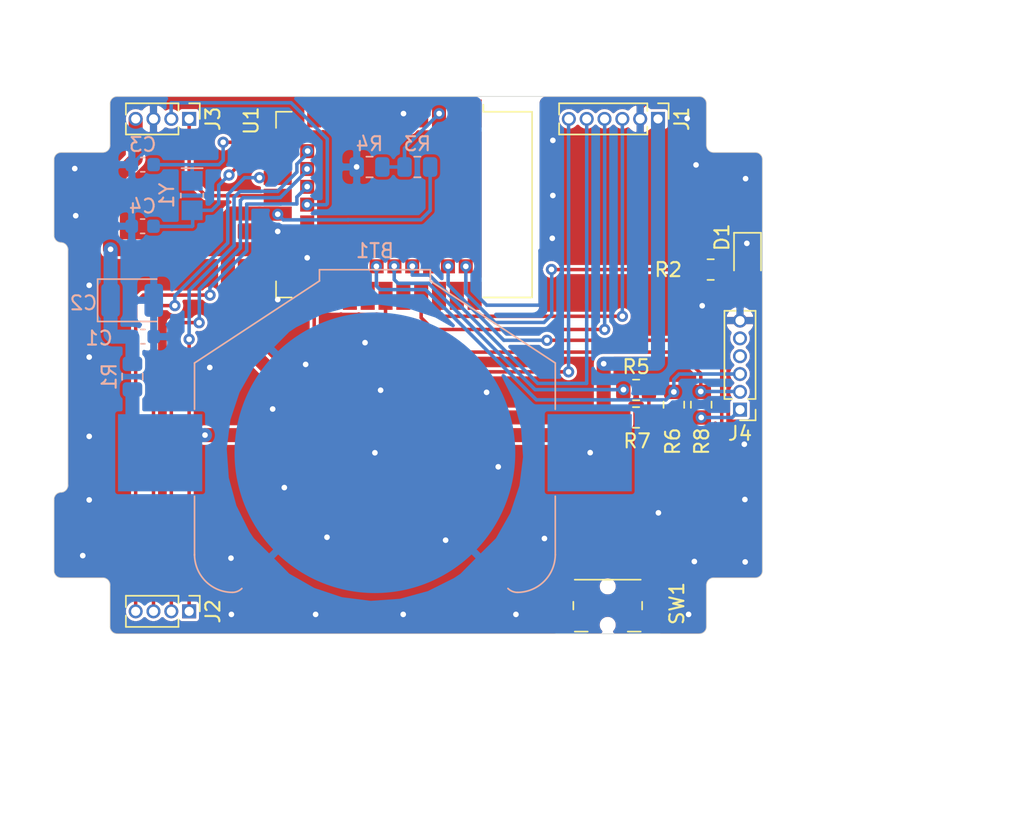
<source format=kicad_pcb>
(kicad_pcb (version 20171130) (host pcbnew "(5.1.8)-1")
  (layers (0 F.Cu signal) (31 B.Cu signal) (34 B.Paste user) (35 F.Paste user) (36 B.SilkS user) (37 F.SilkS user) (38 B.Mask user) (39 F.Mask user) (44 Edge.Cuts user))
  (net 0 "")
  (net 1 +BATT)
  (net 2 GND)
  (net 3 +3V3)
  (net 4 /P1.0)
  (net 5 "Net-(D1-Pad2)")
  (net 6 /DC)
  (net 7 /RST)
  (net 8 /BUSY)
  (net 9 /LED)
  (net 10 /SW)
  (net 11 "Net-(U1-Pad9)")
  (net 12 "Net-(U1-Pad8)")
  (net 13 "Net-(C3-Pad1)")
  (net 14 "Net-(C4-Pad1)")
  (net 15 /SWCLK)
  (net 16 /SWDIO)
  (net 17 /SWO)
  (net 18 /Reset)
  (net 19 /CS)
  (net 20 /CLK)
  (net 21 /MOSI)
  (net 22 "Net-(J4-Pad1)")
  (net 23 /SCL)
  (net 24 /SDA)
  (net 25 "Net-(J4-Pad4)")
  (net 26 "Net-(J4-Pad5)")
  (net 27 /BATT_MEAS)
  (net 28 "Net-(U1-Pad1)")
  (net 29 "Net-(U1-Pad2)")
  (net 30 "Net-(U1-Pad4)")
  (net 31 "Net-(U1-Pad6)")
  (net 32 "Net-(U1-Pad7)")
  (net 33 "Net-(U1-Pad10)")
  (net 34 "Net-(U1-Pad25)")
  (net 35 "Net-(U1-Pad31)")
  (net 36 "Net-(U1-Pad43)")
  (net 37 "Net-(U1-Pad27)")
  (net 38 "Net-(U1-Pad41)")
  (net 39 "Net-(U1-Pad35)")
  (net 40 "Net-(U1-Pad29)")
  (net 41 "Net-(U1-Pad28)")
  (net 42 "Net-(U1-Pad30)")
  (net 43 "Net-(U1-Pad38)")
  (net 44 "Net-(U1-Pad20)")
  (net 45 "Net-(U1-Pad22)")
  (module MyLib:E73-2G4M08S1E (layer F.Cu) (at 107.42 75.62 270)
    (fp_text reference U1 (at -8.2296 5.5372 90) (layer F.SilkS))
    (fp_text value E73-2G4M08S1E)
    (pad 42 smd rect (at 2.15 -9.745) (size 1 1) (layers F.Cu F.Paste F.Mask) (net 9 /LED))
    (pad 40 smd rect (at 2.15 -8.475) (size 1 1) (layers F.Cu F.Paste F.Mask) (net 10 /SW))
    (pad 38 smd rect (at 2.15 -7.205) (size 1 1) (layers F.Cu F.Paste F.Mask) (net 43 "Net-(U1-Pad38)"))
    (pad 36 smd rect (at 2.15 -5.935) (size 1 1) (layers F.Cu F.Paste F.Mask) (net 17 /SWO))
    (pad 34 smd rect (at 2.15 -4.665) (size 1 1) (layers F.Cu F.Paste F.Mask) (net 4 /P1.0))
    (pad 32 smd rect (at 2.15 -3.395) (size 1 1) (layers F.Cu F.Paste F.Mask) (net 24 /SDA))
    (pad 30 smd rect (at 2.15 -2.125) (size 1 1) (layers F.Cu F.Paste F.Mask) (net 42 "Net-(U1-Pad30)"))
    (pad 28 smd rect (at 2.15 -0.855) (size 1 1) (layers F.Cu F.Paste F.Mask) (net 41 "Net-(U1-Pad28)"))
    (pad 24 smd rect (at 1.56 1.55) (size 1 1) (layers F.Cu F.Paste F.Mask) (net 2 GND))
    (pad 22 smd rect (at 0.29 1.55) (size 1 1) (layers F.Cu F.Paste F.Mask) (net 45 "Net-(U1-Pad22)"))
    (pad 20 smd rect (at -0.98 1.55) (size 1 1) (layers F.Cu F.Paste F.Mask) (net 44 "Net-(U1-Pad20)"))
    (pad 18 smd rect (at -2.25 1.55) (size 1 1) (layers F.Cu F.Paste F.Mask) (net 21 /MOSI))
    (pad 16 smd rect (at -3.52 1.55) (size 1 1) (layers F.Cu F.Paste F.Mask) (net 19 /CS))
    (pad 14 smd rect (at -4.79 1.55) (size 1 1) (layers F.Cu F.Paste F.Mask) (net 7 /RST))
    (pad 12 smd rect (at -6.06 1.55) (size 1 1) (layers F.Cu F.Paste F.Mask) (net 8 /BUSY))
    (pad 37 smd rect (at 4.25 -6.57 270) (size 2 1) (layers F.Cu F.Paste F.Mask) (net 16 /SWDIO))
    (pad 26 smd rect (at 4.25 1.05 270) (size 2 1) (layers F.Cu F.Paste F.Mask) (net 18 /Reset))
    (pad 33 smd rect (at 4.25 -4.03 270) (size 2 1) (layers F.Cu F.Paste F.Mask) (net 23 /SCL))
    (pad 29 smd rect (at 4.25 -1.49 270) (size 2 1) (layers F.Cu F.Paste F.Mask) (net 40 "Net-(U1-Pad29)"))
    (pad 35 smd rect (at 4.25 -5.3 270) (size 2 1) (layers F.Cu F.Paste F.Mask) (net 39 "Net-(U1-Pad35)"))
    (pad 41 smd rect (at 4.25 -9.11 270) (size 2 1) (layers F.Cu F.Paste F.Mask) (net 38 "Net-(U1-Pad41)"))
    (pad 39 smd rect (at 4.25 -7.84 270) (size 2 1) (layers F.Cu F.Paste F.Mask) (net 15 /SWCLK))
    (pad 27 smd rect (at 4.25 -0.22 270) (size 2 1) (layers F.Cu F.Paste F.Mask) (net 37 "Net-(U1-Pad27)"))
    (pad 43 smd rect (at 4.25 -10.38 270) (size 2 1) (layers F.Cu F.Paste F.Mask) (net 36 "Net-(U1-Pad43)"))
    (pad 31 smd rect (at 4.25 -2.76 270) (size 2 1) (layers F.Cu F.Paste F.Mask) (net 35 "Net-(U1-Pad31)"))
    (pad 25 smd rect (at 2.2 3.65) (size 2 1) (layers F.Cu F.Paste F.Mask) (net 34 "Net-(U1-Pad25)"))
    (pad 23 smd rect (at 0.93 3.65) (size 2 1) (layers F.Cu F.Paste F.Mask) (net 3 +3V3))
    (pad 21 smd rect (at -0.34 3.65) (size 2 1) (layers F.Cu F.Paste F.Mask) (net 2 GND))
    (pad 19 smd rect (at -1.61 3.65) (size 2 1) (layers F.Cu F.Paste F.Mask) (net 3 +3V3))
    (pad 17 smd rect (at -2.88 3.65) (size 2 1) (layers F.Cu F.Paste F.Mask) (net 20 /CLK))
    (pad 15 smd rect (at -4.15 3.65) (size 2 1) (layers F.Cu F.Paste F.Mask) (net 6 /DC))
    (pad 13 smd rect (at -5.42 3.65) (size 2 1) (layers F.Cu F.Paste F.Mask) (net 14 "Net-(C4-Pad1)"))
    (pad 11 smd rect (at -6.69 3.65) (size 2 1) (layers F.Cu F.Paste F.Mask) (net 13 "Net-(C3-Pad1)"))
    (pad 10 smd rect (at -8.75 1.05 270) (size 2 1) (layers F.Cu F.Paste F.Mask) (net 33 "Net-(U1-Pad10)"))
    (pad 9 smd rect (at -8.75 -0.22 270) (size 2 1) (layers F.Cu F.Paste F.Mask) (net 11 "Net-(U1-Pad9)"))
    (pad 8 smd rect (at -8.75 -1.49 270) (size 2 1) (layers F.Cu F.Paste F.Mask) (net 12 "Net-(U1-Pad8)"))
    (pad 7 smd rect (at -8.75 -2.76 270) (size 2 1) (layers F.Cu F.Paste F.Mask) (net 32 "Net-(U1-Pad7)"))
    (pad 6 smd rect (at -8.75 -4.03 270) (size 2 1) (layers F.Cu F.Paste F.Mask) (net 31 "Net-(U1-Pad6)"))
    (pad 5 smd rect (at -8.75 -5.3 270) (size 2 1) (layers F.Cu F.Paste F.Mask) (net 2 GND))
    (pad 4 smd rect (at -8.75 -6.57 270) (size 2 1) (layers F.Cu F.Paste F.Mask) (net 30 "Net-(U1-Pad4)"))
    (pad 3 smd rect (at -8.75 -7.84 270) (size 2 1) (layers F.Cu F.Paste F.Mask) (net 27 /BATT_MEAS))
    (pad 2 smd rect (at -8.75 -9.11 270) (size 2 1) (layers F.Cu F.Paste F.Mask) (net 29 "Net-(U1-Pad2)"))
    (pad 1 smd rect (at -8.75 -10.38 270) (size 2 1) (layers F.Cu F.Paste F.Mask) (net 28 "Net-(U1-Pad1)"))
  )
  (module Battery:BatteryHolder_Keystone_3008_1x2450 (layer B.Cu) (at 110.6932 91.059 180)
    (fp_text reference BT1 (at 0 14.4) (layer B.SilkS) (effects (justify mirror)))
    (fp_text value CR2450)
    (pad 1 smd rect (at -15.3 0 180) (size 6 5.5) (layers B.Cu B.Paste B.Mask) (net 1 +BATT))
    (pad 1 smd rect (at 15.3 0 180) (size 6 5.5) (layers B.Cu B.Paste B.Mask) (net 1 +BATT))
    (pad 2 smd circle (at 0 0 180) (size 20 20) (layers B.Cu B.Mask) (net 2 GND))
  )
  (module Capacitor_SMD:C_0603_1608Metric (layer B.Cu) (at 94.165 82.78)
    (fp_text reference C1 (at -3.125 0.11) (layer B.SilkS) (effects (justify mirror)))
    (fp_text value 100nF)
    (pad 2 smd roundrect (at 0.775 0) (size 0.9 0.95) (layers B.Cu B.Paste B.Mask) (net 2 GND))
    (pad 1 smd roundrect (at -0.775 0) (size 0.9 0.95) (layers B.Cu B.Paste B.Mask) (net 3 +3V3))
  )
  (module Connector_PinHeader_1.27mm:PinHeader_1x04_P1.27mm_Vertical (layer F.Cu) (at 97.4598 102.362 270)
    (fp_text reference J2 (at 0 -1.695 90) (layer F.SilkS))
    (fp_text value LCD)
    (pad 4 thru_hole oval (at 0 3.81 270) (size 1 1) (drill 0.65) (layers *.Cu *.Mask) (net 19 /CS))
    (pad 3 thru_hole oval (at 0 2.54 270) (size 1 1) (drill 0.65) (layers *.Cu *.Mask) (net 6 /DC))
    (pad 2 thru_hole oval (at 0 1.27 270) (size 1 1) (drill 0.65) (layers *.Cu *.Mask) (net 7 /RST))
    (pad 1 thru_hole rect (at 0 0 270) (size 1 1) (drill 0.65) (layers *.Cu *.Mask) (net 8 /BUSY))
  )
  (module Connector_PinHeader_1.27mm:PinHeader_1x04_P1.27mm_Vertical (layer F.Cu) (at 97.4598 67.2592 270)
    (fp_text reference J3 (at 0 -1.695 90) (layer F.SilkS))
    (fp_text value LCD)
    (pad 1 thru_hole rect (at 0 0 270) (size 1 1) (drill 0.65) (layers *.Cu *.Mask) (net 20 /CLK))
    (pad 2 thru_hole oval (at 0 1.27 270) (size 1 1) (drill 0.65) (layers *.Cu *.Mask) (net 21 /MOSI))
    (pad 3 thru_hole oval (at 0 2.54 270) (size 1 1) (drill 0.65) (layers *.Cu *.Mask) (net 2 GND))
    (pad 4 thru_hole oval (at 0 3.81 270) (size 1 1) (drill 0.65) (layers *.Cu *.Mask) (net 3 +3V3))
  )
  (module Connector_PinHeader_1.27mm:PinHeader_1x06_P1.27mm_Vertical (layer F.Cu) (at 136.7028 87.9856 180)
    (fp_text reference J4 (at 0 -1.695) (layer F.SilkS))
    (fp_text value Sensor)
    (pad 1 thru_hole rect (at 0 0 180) (size 1 1) (drill 0.65) (layers *.Cu *.Mask) (net 22 "Net-(J4-Pad1)"))
    (pad 2 thru_hole oval (at 0 1.27 180) (size 1 1) (drill 0.65) (layers *.Cu *.Mask) (net 23 /SCL))
    (pad 3 thru_hole oval (at 0 2.54 180) (size 1 1) (drill 0.65) (layers *.Cu *.Mask) (net 24 /SDA))
    (pad 4 thru_hole oval (at 0 3.81 180) (size 1 1) (drill 0.65) (layers *.Cu *.Mask) (net 25 "Net-(J4-Pad4)"))
    (pad 5 thru_hole oval (at 0 5.08 180) (size 1 1) (drill 0.65) (layers *.Cu *.Mask) (net 26 "Net-(J4-Pad5)"))
    (pad 6 thru_hole oval (at 0 6.35 180) (size 1 1) (drill 0.65) (layers *.Cu *.Mask) (net 2 GND))
  )
  (module Resistor_SMD:R_0805_2012Metric (layer F.Cu) (at 134.6125 78)
    (fp_text reference R2 (at -3.0225 0.01) (layer F.SilkS))
    (fp_text value 1k)
    (pad 1 smd roundrect (at -0.9125 0) (size 1.025 1.4) (layers F.Cu F.Paste F.Mask) (roundrect_rratio 0.2439014634146341) (net 9 /LED))
    (pad 2 smd roundrect (at 0.9125 0) (size 1.025 1.4) (layers F.Cu F.Paste F.Mask) (roundrect_rratio 0.2439014634146341) (net 5 "Net-(D1-Pad2)"))
  )
  (module Resistor_SMD:R_0805_2012Metric (layer B.Cu) (at 93.42 85.6325 270)
    (fp_text reference R1 (at 0 1.65 90) (layer B.SilkS) (effects (justify mirror)))
    (fp_text value 0)
    (pad 2 smd roundrect (at 0.9125 0 270) (size 1.025 1.4) (layers B.Cu B.Paste B.Mask) (roundrect_rratio 0.2439014634146341) (net 1 +BATT))
    (pad 1 smd roundrect (at -0.9125 0 270) (size 1.025 1.4) (layers B.Cu B.Paste B.Mask) (roundrect_rratio 0.2439014634146341) (net 3 +3V3))
  )
  (module Button_Switch_SMD:Panasonic_EVQPUL_EVQPUC (layer F.Cu) (at 127.2794 101.9556 180)
    (fp_text reference SW1 (at -4.9276 0.1524 90) (layer F.SilkS))
    (fp_text value SW)
    (pad 2 smd rect (at 2.625 0.85) (size 1.55 1) (layers F.Cu F.Paste F.Mask) (net 10 /SW))
    (pad 2 smd rect (at -2.625 0.85) (size 1.55 1) (layers F.Cu F.Paste F.Mask) (net 10 /SW))
    (pad 1 smd rect (at -2.625 -0.85) (size 1.55 1) (layers F.Cu F.Paste F.Mask) (net 2 GND))
    (pad 1 smd rect (at 2.625 -0.85) (size 1.55 1) (layers F.Cu F.Paste F.Mask) (net 2 GND))
    (pad "" np_thru_hole circle (at 0 1.375) (size 0.75 0.75) (drill 0.75) (layers *.Cu *.Mask))
    (pad "" np_thru_hole circle (at 0 -1.375) (size 0.75 0.75) (drill 0.75) (layers *.Cu *.Mask))
  )
  (module Capacitor_Tantalum_SMD:CP_EIA-3528-15_AVX-H (layer B.Cu) (at 93.4 80.19)
    (fp_text reference C2 (at -3.47 0.19) (layer B.SilkS) (effects (justify mirror)))
    (fp_text value 100uF)
    (pad 1 smd roundrect (at -1.5375 0) (size 1.325 2.35) (layers B.Cu B.Paste B.Mask) (roundrect_rratio 0.1886784905660377) (net 3 +3V3))
    (pad 2 smd roundrect (at 1.5375 0) (size 1.325 2.35) (layers B.Cu B.Paste B.Mask) (roundrect_rratio 0.1886784905660377) (net 2 GND))
  )
  (module LED_SMD:LED_0805_2012Metric (layer F.Cu) (at 137.2362 77.0636 270)
    (fp_text reference D1 (at -1.3636 1.8162 90) (layer F.SilkS))
    (fp_text value LED)
    (pad 1 smd roundrect (at -0.9375 0 270) (size 0.975 1.4) (layers F.Cu F.Paste F.Mask) (net 2 GND))
    (pad 2 smd roundrect (at 0.9375 0 270) (size 0.975 1.4) (layers F.Cu F.Paste F.Mask) (net 5 "Net-(D1-Pad2)"))
  )
  (module Capacitor_SMD:C_0603_1608Metric (layer B.Cu) (at 94.155 70.52 180)
    (fp_text reference C3 (at 0 1.43) (layer B.SilkS) (effects (justify mirror)))
    (fp_text value 12pF)
    (pad 1 smd roundrect (at -0.775 0 180) (size 0.9 0.95) (layers B.Cu B.Paste B.Mask) (net 13 "Net-(C3-Pad1)"))
    (pad 2 smd roundrect (at 0.775 0 180) (size 0.9 0.95) (layers B.Cu B.Paste B.Mask) (net 2 GND))
  )
  (module Capacitor_SMD:C_0603_1608Metric (layer B.Cu) (at 94.145 74.91 180)
    (fp_text reference C4 (at 0 1.43) (layer B.SilkS) (effects (justify mirror)))
    (fp_text value 12pF)
    (pad 2 smd roundrect (at 0.775 0 180) (size 0.9 0.95) (layers B.Cu B.Paste B.Mask) (net 2 GND))
    (pad 1 smd roundrect (at -0.775 0 180) (size 0.9 0.95) (layers B.Cu B.Paste B.Mask) (net 14 "Net-(C4-Pad1)"))
  )
  (module Connector_PinHeader_1.27mm:PinHeader_1x06_P1.27mm_Vertical (layer F.Cu) (at 130.8608 67.2592 270)
    (fp_text reference J1 (at 0 -1.695 90) (layer F.SilkS))
    (fp_text value Debug)
    (pad 1 thru_hole rect (at 0 0 270) (size 1 1) (drill 0.65) (layers *.Cu *.Mask) (net 3 +3V3))
    (pad 2 thru_hole oval (at 0 1.27 270) (size 1 1) (drill 0.65) (layers *.Cu *.Mask) (net 2 GND))
    (pad 3 thru_hole oval (at 0 2.54 270) (size 1 1) (drill 0.65) (layers *.Cu *.Mask) (net 15 /SWCLK))
    (pad 4 thru_hole oval (at 0 3.81 270) (size 1 1) (drill 0.65) (layers *.Cu *.Mask) (net 16 /SWDIO))
    (pad 5 thru_hole oval (at 0 5.08 270) (size 1 1) (drill 0.65) (layers *.Cu *.Mask) (net 17 /SWO))
    (pad 6 thru_hole oval (at 0 6.35 270) (size 1 1) (drill 0.65) (layers *.Cu *.Mask) (net 18 /Reset))
  )
  (module Resistor_SMD:R_0805_2012Metric (layer B.Cu) (at 113.7158 70.6882 180)
    (fp_text reference R3 (at 0 1.65) (layer B.SilkS) (effects (justify mirror)))
    (fp_text value 100k)
    (pad 2 smd roundrect (at 0.9125 0 180) (size 1.025 1.4) (layers B.Cu B.Paste B.Mask) (roundrect_rratio 0.243902) (net 27 /BATT_MEAS))
    (pad 1 smd roundrect (at -0.9125 0 180) (size 1.025 1.4) (layers B.Cu B.Paste B.Mask) (roundrect_rratio 0.243902) (net 3 +3V3))
  )
  (module Resistor_SMD:R_0805_2012Metric (layer B.Cu) (at 110.3103 70.6882 180)
    (fp_text reference R4 (at 0 1.65) (layer B.SilkS) (effects (justify mirror)))
    (fp_text value 10k)
    (pad 1 smd roundrect (at -0.9125 0 180) (size 1.025 1.4) (layers B.Cu B.Paste B.Mask) (roundrect_rratio 0.243902) (net 27 /BATT_MEAS))
    (pad 2 smd roundrect (at 0.9125 0 180) (size 1.025 1.4) (layers B.Cu B.Paste B.Mask) (roundrect_rratio 0.243902) (net 2 GND))
  )
  (module Resistor_SMD:R_0805_2012Metric (layer F.Cu) (at 129.3025 86.58)
    (fp_text reference R5 (at 0 -1.65) (layer F.SilkS))
    (fp_text value 0)
    (pad 2 smd roundrect (at 0.9125 0) (size 1.025 1.4) (layers F.Cu F.Paste F.Mask) (roundrect_rratio 0.243902) (net 22 "Net-(J4-Pad1)"))
    (pad 1 smd roundrect (at -0.9125 0) (size 1.025 1.4) (layers F.Cu F.Paste F.Mask) (roundrect_rratio 0.243902) (net 4 /P1.0))
  )
  (module Resistor_SMD:R_0805_2012Metric (layer F.Cu) (at 131.99 87.6325 90)
    (fp_text reference R6 (at -2.6175 -0.08 90) (layer F.SilkS))
    (fp_text value 10k)
    (pad 2 smd roundrect (at 0.9125 0 90) (size 1.025 1.4) (layers F.Cu F.Paste F.Mask) (roundrect_rratio 0.243902) (net 24 /SDA))
    (pad 1 smd roundrect (at -0.9125 0 90) (size 1.025 1.4) (layers F.Cu F.Paste F.Mask) (roundrect_rratio 0.243902) (net 22 "Net-(J4-Pad1)"))
  )
  (module Resistor_SMD:R_0805_2012Metric (layer F.Cu) (at 129.2975 88.54)
    (fp_text reference R7 (at 0.0725 1.68) (layer F.SilkS))
    (fp_text value 0)
    (pad 1 smd roundrect (at -0.9125 0) (size 1.025 1.4) (layers F.Cu F.Paste F.Mask) (roundrect_rratio 0.243902) (net 3 +3V3))
    (pad 2 smd roundrect (at 0.9125 0) (size 1.025 1.4) (layers F.Cu F.Paste F.Mask) (roundrect_rratio 0.243902) (net 22 "Net-(J4-Pad1)"))
  )
  (module Resistor_SMD:R_0805_2012Metric (layer F.Cu) (at 133.94 87.6325 90)
    (fp_text reference R8 (at -2.6175 0.04 90) (layer F.SilkS))
    (fp_text value 10k)
    (pad 1 smd roundrect (at -0.9125 0 90) (size 1.025 1.4) (layers F.Cu F.Paste F.Mask) (roundrect_rratio 0.243902) (net 22 "Net-(J4-Pad1)"))
    (pad 2 smd roundrect (at 0.9125 0 90) (size 1.025 1.4) (layers F.Cu F.Paste F.Mask) (roundrect_rratio 0.243902) (net 23 /SCL))
  )
  (module Crystal:Crystal_SMD_MicroCrystal_CC8V-T1A-2Pin_2.0x1.2mm_HandSoldering (layer B.Cu) (at 97.669999 72.724199 270)
    (fp_text reference Y1 (at 0 1.8 90) (layer B.SilkS) (effects (justify mirror)))
    (fp_text value 32.768kHz)
    (pad 1 smd rect (at -1.05 0 270) (size 1.4 1.5) (layers B.Cu B.Paste B.Mask) (net 13 "Net-(C3-Pad1)"))
    (pad 2 smd rect (at 1.05 0 270) (size 1.4 1.5) (layers B.Cu B.Paste B.Mask) (net 14 "Net-(C4-Pad1)"))
  )
  (gr_line (start 134.3152 103.4542) (end 134.3152 100.4824) (layer Edge.Cuts) (width 0.05))
  (gr_line (start 138.303 99.4664) (end 138.303 70.1548) (layer Edge.Cuts) (width 0.05))
  (gr_arc (start 91.313 69.1388) (end 91.313 69.6468) (angle -90) (layer Edge.Cuts) (width 0.05))
  (gr_arc (start 92.329 66.167) (end 92.329 65.659) (angle -90) (layer Edge.Cuts) (width 0.05))
  (gr_arc (start 137.795 70.1548) (end 138.303 70.1548) (angle -90) (layer Edge.Cuts) (width 0.05))
  (gr_arc (start 88.3158 76.581) (end 88.8238 76.581) (angle -87.13759477) (layer Edge.Cuts) (width 0.05))
  (gr_arc (start 88.3412 94.3864) (end 88.3158 93.8784) (angle -87.13759477) (layer Edge.Cuts) (width 0.05))
  (gr_arc (start 91.313 100.4824) (end 91.821 100.4824) (angle -90) (layer Edge.Cuts) (width 0.05))
  (gr_arc (start 133.8072 66.167) (end 134.3152 66.167) (angle -90) (layer Edge.Cuts) (width 0.05))
  (gr_line (start 91.821 66.167) (end 91.821 69.1388) (layer Edge.Cuts) (width 0.05))
  (gr_line (start 134.3152 69.1388) (end 134.3152 66.167) (layer Edge.Cuts) (width 0.05))
  (gr_arc (start 88.3412 75.565) (end 87.8332 75.565) (angle -90) (layer Edge.Cuts) (width 0.05))
  (gr_arc (start 92.329 103.4542) (end 91.821 103.4542) (angle -90) (layer Edge.Cuts) (width 0.05))
  (gr_arc (start 88.3412 99.4664) (end 87.8332 99.4664) (angle -90) (layer Edge.Cuts) (width 0.05))
  (gr_line (start 137.795 69.6468) (end 134.8232 69.6468) (layer Edge.Cuts) (width 0.05))
  (gr_line (start 91.313 69.6468) (end 88.3412 69.6468) (layer Edge.Cuts) (width 0.05))
  (gr_line (start 87.8332 94.3864) (end 87.8332 99.4664) (layer Edge.Cuts) (width 0.05))
  (gr_line (start 92.329 103.9622) (end 133.8072 103.9622) (layer Edge.Cuts) (width 0.05))
  (gr_arc (start 134.8232 69.1388) (end 134.3152 69.1388) (angle -90) (layer Edge.Cuts) (width 0.05))
  (gr_arc (start 137.795 99.4664) (end 137.795 99.9744) (angle -90) (layer Edge.Cuts) (width 0.05))
  (gr_line (start 134.8232 99.9744) (end 137.795 99.9744) (layer Edge.Cuts) (width 0.05))
  (gr_line (start 88.8238 76.581) (end 88.8238 93.3704) (layer Edge.Cuts) (width 0.05))
  (gr_line (start 87.8332 70.1548) (end 87.8332 75.565) (layer Edge.Cuts) (width 0.05))
  (gr_arc (start 88.3158 93.3704) (end 88.3158 93.8784) (angle -90) (layer Edge.Cuts) (width 0.05))
  (gr_arc (start 134.8232 100.4824) (end 134.8232 99.9744) (angle -90) (layer Edge.Cuts) (width 0.05))
  (gr_line (start 133.8072 65.659) (end 92.329 65.659) (layer Edge.Cuts) (width 0.05))
  (gr_arc (start 133.8072 103.4542) (end 133.8072 103.9622) (angle -90) (layer Edge.Cuts) (width 0.05))
  (gr_line (start 91.821 100.4824) (end 91.821 103.4542) (layer Edge.Cuts) (width 0.05))
  (gr_arc (start 88.3412 70.1548) (end 88.3412 69.6468) (angle -90) (layer Edge.Cuts) (width 0.05))
  (gr_line (start 88.3412 99.9744) (end 91.313 99.9744) (layer Edge.Cuts) (width 0.05))
  (segment (start 94.9706 90.6364) (end 95.3932 91.059) (width 0.25) (layer B.Cu) (net 1))
  (via (at 126.03 91.05) (size 0.8) (drill 0.4) (layers F.Cu B.Cu) (net 1))
  (segment (start 126.021 91.059) (end 126.03 91.05) (width 0.25) (layer B.Cu) (net 1))
  (segment (start 125.9932 91.059) (end 126.021 91.059) (width 0.25) (layer B.Cu) (net 1))
  (segment (start 126.03 91.05) (end 124.78 89.8) (width 1) (layer F.Cu) (net 1))
  (segment (start 124.78 89.8) (end 98.59 89.8) (width 1) (layer F.Cu) (net 1))
  (via (at 98.59 89.8) (size 0.8) (drill 0.4) (layers F.Cu B.Cu) (net 1))
  (segment (start 95.53 89.8) (end 98.59 89.8) (width 1) (layer B.Cu) (net 1))
  (segment (start 95.3932 89.9368) (end 95.53 89.8) (width 0.25) (layer B.Cu) (net 1))
  (segment (start 93.42 89.0858) (end 95.3932 91.059) (width 0.25) (layer B.Cu) (net 1))
  (segment (start 93.42 86.545) (end 93.42 89.0858) (width 1) (layer B.Cu) (net 1))
  (via (at 109.99 83.21) (size 0.8) (drill 0.4) (layers F.Cu B.Cu) (net 2))
  (via (at 105.76 84.76) (size 0.8) (drill 0.4) (layers F.Cu B.Cu) (net 2))
  (via (at 111.1 86.6) (size 0.8) (drill 0.4) (layers F.Cu B.Cu) (net 2))
  (via (at 118.65 86.75) (size 0.8) (drill 0.4) (layers F.Cu B.Cu) (net 2))
  (via (at 119.48 92.06) (size 0.8) (drill 0.4) (layers F.Cu B.Cu) (net 2))
  (via (at 115.73 97.29) (size 0.8) (drill 0.4) (layers F.Cu B.Cu) (net 2))
  (via (at 107.28 97.08) (size 0.8) (drill 0.4) (layers F.Cu B.Cu) (net 2))
  (via (at 104.24 93.54) (size 0.8) (drill 0.4) (layers F.Cu B.Cu) (net 2))
  (via (at 103.41 87.94) (size 0.8) (drill 0.4) (layers F.Cu B.Cu) (net 2))
  (segment (start 129.9044 102.8056) (end 128.5944 102.8056) (width 0.25) (layer F.Cu) (net 2))
  (segment (start 128.5944 102.8056) (end 128.2988 102.51) (width 0.25) (layer F.Cu) (net 2))
  (segment (start 128.2988 102.51) (end 126.39 102.51) (width 0.25) (layer F.Cu) (net 2))
  (segment (start 126.0944 102.8056) (end 124.6544 102.8056) (width 0.25) (layer F.Cu) (net 2))
  (segment (start 126.39 102.51) (end 126.0944 102.8056) (width 0.25) (layer F.Cu) (net 2))
  (segment (start 124.6544 102.8056) (end 122.2356 102.8056) (width 0.25) (layer F.Cu) (net 2))
  (via (at 110.6932 91.059) (size 0.8) (drill 0.4) (layers F.Cu B.Cu) (net 2))
  (segment (start 110.6932 91.2632) (end 110.6932 91.059) (width 0.25) (layer F.Cu) (net 2))
  (segment (start 122.2356 102.8056) (end 110.6932 91.2632) (width 0.25) (layer F.Cu) (net 2))
  (via (at 103.77 75.28) (size 0.8) (drill 0.4) (layers F.Cu B.Cu) (net 2))
  (via (at 105.87 77.16) (size 0.8) (drill 0.4) (layers F.Cu B.Cu) (net 2))
  (via (at 112.73 66.88) (size 0.8) (drill 0.4) (layers F.Cu B.Cu) (net 2))
  (segment (start 137.2362 76.1261) (end 137.2362 73.9362) (width 0.25) (layer F.Cu) (net 2))
  (segment (start 137.2362 73.9362) (end 136.1 72.8) (width 0.25) (layer F.Cu) (net 2))
  (segment (start 136.1 72.8) (end 135.5 72.8) (width 0.25) (layer F.Cu) (net 2))
  (segment (start 135.5 72.469236) (end 133.570382 70.539618) (width 0.25) (layer F.Cu) (net 2))
  (segment (start 135.5 72.8) (end 135.5 72.469236) (width 0.25) (layer F.Cu) (net 2))
  (segment (start 132.94 69.909236) (end 132.94 67.23) (width 0.25) (layer F.Cu) (net 2))
  (segment (start 132.94 66.35) (end 132.63 66.04) (width 0.25) (layer F.Cu) (net 2))
  (segment (start 129.5908 66.552094) (end 129.5908 67.2592) (width 0.25) (layer F.Cu) (net 2))
  (segment (start 130.102894 66.04) (end 129.5908 66.552094) (width 0.25) (layer F.Cu) (net 2))
  (segment (start 132.63 66.04) (end 130.102894 66.04) (width 0.25) (layer F.Cu) (net 2))
  (segment (start 93.38 74.9) (end 93.37 74.91) (width 0.25) (layer B.Cu) (net 2))
  (segment (start 93.38 70.52) (end 93.38 74.9) (width 0.25) (layer B.Cu) (net 2))
  (segment (start 94.9198 68.9802) (end 93.38 70.52) (width 0.25) (layer B.Cu) (net 2))
  (segment (start 94.9198 67.2592) (end 94.9198 68.9802) (width 0.25) (layer B.Cu) (net 2))
  (segment (start 109.39 73.53) (end 109.39 70.68) (width 0.25) (layer F.Cu) (net 2))
  (via (at 109.39 70.68) (size 0.8) (drill 0.4) (layers F.Cu B.Cu) (net 2))
  (segment (start 136.7028 81.6356) (end 136.7028 76.6172) (width 0.25) (layer B.Cu) (net 2))
  (segment (start 136.7028 76.6172) (end 137.19 76.13) (width 0.25) (layer B.Cu) (net 2))
  (via (at 137.19 76.13) (size 0.8) (drill 0.4) (layers F.Cu B.Cu) (net 2))
  (segment (start 103.77 84.1358) (end 110.6932 91.059) (width 0.25) (layer B.Cu) (net 2))
  (segment (start 103.83 77.16) (end 103.77 77.1) (width 0.25) (layer B.Cu) (net 2))
  (segment (start 105.87 77.16) (end 103.83 77.16) (width 0.25) (layer B.Cu) (net 2))
  (segment (start 103.77 77.1) (end 103.77 80.14) (width 0.25) (layer B.Cu) (net 2))
  (segment (start 103.77 75.28) (end 103.77 77.1) (width 0.25) (layer B.Cu) (net 2))
  (segment (start 109.3978 68.5722) (end 109.3978 70.6882) (width 0.25) (layer B.Cu) (net 2))
  (segment (start 109.41 68.56) (end 109.3978 68.5722) (width 0.25) (layer B.Cu) (net 2))
  (segment (start 112.31 68.56) (end 109.41 68.56) (width 0.25) (layer B.Cu) (net 2))
  (segment (start 112.73 68.14) (end 112.31 68.56) (width 0.25) (layer B.Cu) (net 2))
  (segment (start 112.73 66.88) (end 112.73 68.14) (width 0.25) (layer B.Cu) (net 2))
  (segment (start 105.87 77.16) (end 107.02 76.01) (width 0.25) (layer B.Cu) (net 2))
  (segment (start 118.04 77.566998) (end 118.04 79.92718) (width 0.25) (layer B.Cu) (net 2))
  (segment (start 116.483002 76.01) (end 118.04 77.566998) (width 0.25) (layer B.Cu) (net 2))
  (segment (start 107.02 76.01) (end 116.483002 76.01) (width 0.25) (layer B.Cu) (net 2))
  (segment (start 118.04 79.92718) (end 118.65282 80.54) (width 0.25) (layer B.Cu) (net 2))
  (segment (start 118.65282 80.54) (end 122.39 80.54) (width 0.25) (layer B.Cu) (net 2))
  (segment (start 122.39 80.54) (end 122.46 80.47) (width 0.25) (layer B.Cu) (net 2))
  (segment (start 122.46 80.47) (end 122.46 76.73) (width 0.25) (layer B.Cu) (net 2))
  (segment (start 122.46 76.73) (end 122.46 76.64) (width 0.25) (layer B.Cu) (net 2))
  (segment (start 122.46 76.64) (end 123.33 75.77) (width 0.25) (layer B.Cu) (net 2))
  (via (at 123.33 75.77) (size 0.8) (drill 0.4) (layers F.Cu B.Cu) (net 2))
  (segment (start 129.5908 67.2592) (end 129.5908 75.7792) (width 0.25) (layer F.Cu) (net 2))
  (segment (start 129.5816 75.77) (end 123.33 75.77) (width 0.25) (layer F.Cu) (net 2))
  (segment (start 129.5908 75.7792) (end 129.5816 75.77) (width 0.25) (layer F.Cu) (net 2))
  (segment (start 94.94 80.1925) (end 94.9375 80.19) (width 0.25) (layer B.Cu) (net 2))
  (segment (start 94.94 82.78) (end 94.94 80.1925) (width 0.25) (layer B.Cu) (net 2))
  (segment (start 94.9375 80.19) (end 94.9375 77.8525) (width 0.25) (layer B.Cu) (net 2))
  (segment (start 94.9375 77.8525) (end 94.245 77.16) (width 0.25) (layer B.Cu) (net 2))
  (segment (start 94.245 77.16) (end 93.39 77.16) (width 0.25) (layer B.Cu) (net 2))
  (segment (start 93.37 77.14) (end 93.37 74.91) (width 0.25) (layer B.Cu) (net 2))
  (segment (start 93.39 77.16) (end 93.37 77.14) (width 0.25) (layer B.Cu) (net 2))
  (via (at 98.93 84.98) (size 0.8) (drill 0.4) (layers F.Cu B.Cu) (net 2))
  (via (at 103.77 80.14) (size 0.8) (drill 0.4) (layers F.Cu B.Cu) (net 2))
  (via (at 134.01 80.58) (size 0.8) (drill 0.4) (layers F.Cu B.Cu) (net 2))
  (via (at 137.1 71.52) (size 0.8) (drill 0.4) (layers F.Cu B.Cu) (net 2))
  (segment (start 133.570382 70.539618) (end 132.94 69.909236) (width 0.25) (layer F.Cu) (net 2))
  (via (at 133.570382 70.539618) (size 0.8) (drill 0.4) (layers F.Cu B.Cu) (net 2))
  (segment (start 132.94 67.23) (end 132.94 66.35) (width 0.25) (layer F.Cu) (net 2))
  (via (at 132.94 67.23) (size 0.8) (drill 0.4) (layers F.Cu B.Cu) (net 2))
  (via (at 123.37 72.72) (size 0.8) (drill 0.4) (layers F.Cu B.Cu) (net 2))
  (via (at 123.37 68.79) (size 0.8) (drill 0.4) (layers F.Cu B.Cu) (net 2))
  (via (at 137.07 98.84) (size 0.8) (drill 0.4) (layers F.Cu B.Cu) (net 2))
  (via (at 133.45 98.81) (size 0.8) (drill 0.4) (layers F.Cu B.Cu) (net 2))
  (via (at 133.04 102.58) (size 0.8) (drill 0.4) (layers F.Cu B.Cu) (net 2))
  (via (at 137.05 94.39) (size 0.8) (drill 0.4) (layers F.Cu B.Cu) (net 2))
  (via (at 137.01 90.45) (size 0.8) (drill 0.4) (layers F.Cu B.Cu) (net 2))
  (via (at 120.74 102.58) (size 0.8) (drill 0.4) (layers F.Cu B.Cu) (net 2))
  (via (at 112.71 102.58) (size 0.8) (drill 0.4) (layers F.Cu B.Cu) (net 2))
  (via (at 106.47 102.58) (size 0.8) (drill 0.4) (layers F.Cu B.Cu) (net 2))
  (via (at 100.47 102.58) (size 0.8) (drill 0.4) (layers F.Cu B.Cu) (net 2))
  (via (at 122.77 97.17) (size 0.8) (drill 0.4) (layers F.Cu B.Cu) (net 2))
  (via (at 130.89 95.34) (size 0.8) (drill 0.4) (layers F.Cu B.Cu) (net 2))
  (via (at 89.88 98.39) (size 0.8) (drill 0.4) (layers F.Cu B.Cu) (net 2))
  (via (at 90.34 94.42) (size 0.8) (drill 0.4) (layers F.Cu B.Cu) (net 2))
  (via (at 100.44 98.57) (size 0.8) (drill 0.4) (layers F.Cu B.Cu) (net 2))
  (via (at 90.34 89.89) (size 0.8) (drill 0.4) (layers F.Cu B.Cu) (net 2))
  (via (at 90.34 84.24) (size 0.8) (drill 0.4) (layers F.Cu B.Cu) (net 2))
  (via (at 90.34 79.12) (size 0.8) (drill 0.4) (layers F.Cu B.Cu) (net 2))
  (via (at 89.38 74.16) (size 0.8) (drill 0.4) (layers F.Cu B.Cu) (net 2))
  (via (at 89.31 70.8) (size 0.8) (drill 0.4) (layers F.Cu B.Cu) (net 2))
  (segment (start 110.6932 91.059) (end 110.6932 91.0432) (width 0.25) (layer B.Cu) (net 2))
  (segment (start 110.6932 91.0432) (end 101.95 82.3) (width 0.25) (layer B.Cu) (net 2))
  (segment (start 101.95 81.96) (end 103.77 80.14) (width 0.25) (layer B.Cu) (net 2))
  (segment (start 94.94 83.27) (end 94.94 84.04) (width 0.25) (layer B.Cu) (net 2))
  (segment (start 94.94 82.78) (end 94.94 83.27) (width 0.25) (layer B.Cu) (net 2))
  (segment (start 94.94 83.27) (end 94.94 83.45) (width 0.25) (layer B.Cu) (net 2))
  (segment (start 95.88 84.98) (end 98.93 84.98) (width 0.25) (layer B.Cu) (net 2))
  (segment (start 94.94 84.04) (end 95.88 84.98) (width 0.25) (layer B.Cu) (net 2))
  (segment (start 101.77 82.14) (end 101.95 82.14) (width 0.25) (layer B.Cu) (net 2))
  (segment (start 98.93 84.98) (end 101.77 82.14) (width 0.25) (layer B.Cu) (net 2))
  (segment (start 101.95 82.14) (end 101.95 81.96) (width 0.25) (layer B.Cu) (net 2))
  (segment (start 101.95 82.3) (end 101.95 82.14) (width 0.25) (layer B.Cu) (net 2))
  (segment (start 105.87 77.16) (end 107.19 77.16) (width 0.25) (layer F.Cu) (net 2))
  (segment (start 109.39 74.96) (end 109.39 73.53) (width 0.25) (layer F.Cu) (net 2))
  (segment (start 107.19 77.16) (end 109.39 74.96) (width 0.25) (layer F.Cu) (net 2))
  (segment (start 93.6498 67.2592) (end 93.6498 68.4702) (width 1) (layer F.Cu) (net 3))
  (segment (start 93.2698 68.4702) (end 93.6498 68.4702) (width 0.25) (layer F.Cu) (net 3))
  (segment (start 102.4712 74.0058) (end 100.4842 74.0058) (width 1) (layer F.Cu) (net 3))
  (segment (start 100.2242 74.2658) (end 100.2242 76.5458) (width 1) (layer F.Cu) (net 3))
  (segment (start 100.4842 74.0058) (end 100.2242 74.2658) (width 1) (layer F.Cu) (net 3))
  (segment (start 100.2242 76.5458) (end 96.1342 76.5458) (width 1) (layer F.Cu) (net 3))
  (segment (start 102.4712 76.5458) (end 100.2242 76.5458) (width 1) (layer F.Cu) (net 3))
  (segment (start 100.2242 82.1842) (end 100.2242 76.5458) (width 1) (layer F.Cu) (net 3))
  (via (at 103.77 74.05502) (size 0.8) (drill 0.4) (layers F.Cu B.Cu) (net 3))
  (segment (start 102.4712 74.0058) (end 102.4712 74.05502) (width 0.25) (layer F.Cu) (net 3))
  (segment (start 108.774981 74.455019) (end 108.78 74.45) (width 0.25) (layer B.Cu) (net 3))
  (segment (start 108.78 74.45) (end 113.97 74.45) (width 0.25) (layer B.Cu) (net 3))
  (segment (start 114.6283 73.7917) (end 114.6283 70.6882) (width 0.25) (layer B.Cu) (net 3))
  (segment (start 113.97 74.45) (end 114.6283 73.7917) (width 0.25) (layer B.Cu) (net 3))
  (segment (start 93.6498 68.4702) (end 93.6498 69.3602) (width 1) (layer F.Cu) (net 3))
  (segment (start 106.58 88.54) (end 104.53 86.49) (width 1) (layer F.Cu) (net 3))
  (segment (start 104.53 86.49) (end 100.2242 82.1842) (width 1) (layer F.Cu) (net 3))
  (segment (start 104.65 86.61) (end 104.53 86.49) (width 0.25) (layer F.Cu) (net 3))
  (segment (start 130.8608 67.2592) (end 130.8608 80.8392) (width 1) (layer B.Cu) (net 3))
  (via (at 126.99 84.71) (size 0.8) (drill 0.4) (layers F.Cu B.Cu) (net 3))
  (segment (start 126.99 88.47) (end 126.92 88.54) (width 0.25) (layer F.Cu) (net 3))
  (segment (start 126.92 88.54) (end 106.58 88.54) (width 1) (layer F.Cu) (net 3))
  (segment (start 126.99 84.71) (end 126.99 88.47) (width 1) (layer F.Cu) (net 3))
  (segment (start 128.385 88.54) (end 126.92 88.54) (width 1) (layer F.Cu) (net 3))
  (segment (start 102.4754 76.55) (end 102.4712 76.5458) (width 0.25) (layer F.Cu) (net 3))
  (segment (start 103.77 76.55) (end 102.4754 76.55) (width 1) (layer F.Cu) (net 3))
  (segment (start 103.7658 74.0058) (end 103.77 74.01) (width 0.25) (layer F.Cu) (net 3))
  (segment (start 102.4712 74.0058) (end 103.7658 74.0058) (width 1) (layer F.Cu) (net 3))
  (segment (start 104.169999 74.455019) (end 103.77 74.05502) (width 0.25) (layer B.Cu) (net 3))
  (segment (start 108.774981 74.455019) (end 104.169999 74.455019) (width 0.25) (layer B.Cu) (net 3))
  (segment (start 130.8608 80.8392) (end 130.8608 84.6292) (width 1) (layer B.Cu) (net 3))
  (segment (start 130.78 84.71) (end 126.99 84.71) (width 1) (layer B.Cu) (net 3))
  (segment (start 130.8608 84.6292) (end 130.78 84.71) (width 1) (layer B.Cu) (net 3))
  (segment (start 93.42 84.72) (end 93.42 82.81) (width 1) (layer B.Cu) (net 3))
  (segment (start 91.8625 82.6225) (end 91.8625 80.19) (width 1) (layer B.Cu) (net 3))
  (segment (start 91.82 71.94) (end 93.6498 70.1102) (width 1) (layer F.Cu) (net 3))
  (segment (start 91.82 76.5416) (end 91.82 71.94) (width 1) (layer F.Cu) (net 3))
  (segment (start 93.6498 70.1102) (end 93.6498 69.3602) (width 1) (layer F.Cu) (net 3))
  (segment (start 91.8242 76.5458) (end 91.82 76.5416) (width 0.25) (layer F.Cu) (net 3))
  (segment (start 96.1342 76.5458) (end 91.8242 76.5458) (width 1) (layer F.Cu) (net 3))
  (segment (start 91.8625 80.19) (end 91.8625 76.5525) (width 1) (layer B.Cu) (net 3))
  (via (at 91.8625 76.5525) (size 0.8) (drill 0.4) (layers F.Cu B.Cu) (net 3))
  (segment (start 92.02 82.78) (end 91.8625 82.6225) (width 1) (layer B.Cu) (net 3))
  (segment (start 93.39 82.78) (end 92.02 82.78) (width 1) (layer B.Cu) (net 3))
  (via (at 112.07 77.75) (size 0.8) (drill 0.4) (layers F.Cu B.Cu) (net 4))
  (via (at 128.4 86.56) (size 0.8) (drill 0.4) (layers F.Cu B.Cu) (net 4))
  (segment (start 128.39 86.57) (end 128.4 86.56) (width 0.25) (layer F.Cu) (net 4))
  (segment (start 128.39 86.58) (end 128.39 86.57) (width 0.25) (layer F.Cu) (net 4))
  (segment (start 122.10641 86.56) (end 115.8304 80.28399) (width 0.25) (layer B.Cu) (net 4))
  (segment (start 128.4 86.56) (end 122.10641 86.56) (width 0.25) (layer B.Cu) (net 4))
  (segment (start 115.8304 80.28399) (end 115.82399 80.28399) (width 0.25) (layer B.Cu) (net 4))
  (segment (start 115.82399 80.28399) (end 114.52001 78.98001) (width 0.25) (layer B.Cu) (net 4))
  (segment (start 112.0562 77.7638) (end 112.06 77.76) (width 0.25) (layer F.Cu) (net 4))
  (segment (start 112.0562 77.7658) (end 112.0562 77.7638) (width 0.25) (layer F.Cu) (net 4))
  (segment (start 114.52001 78.98001) (end 112.34001 78.98001) (width 0.25) (layer B.Cu) (net 4))
  (segment (start 112.07 78.71) (end 112.07 77.75) (width 0.25) (layer B.Cu) (net 4))
  (segment (start 112.34001 78.98001) (end 112.07 78.71) (width 0.25) (layer B.Cu) (net 4))
  (segment (start 135.5261 78.0011) (end 135.525 78) (width 0.25) (layer F.Cu) (net 5))
  (segment (start 137.2362 78.0011) (end 135.5261 78.0011) (width 0.25) (layer F.Cu) (net 5))
  (via (at 102.47 71.45) (size 0.8) (drill 0.4) (layers F.Cu B.Cu) (net 6))
  (segment (start 102.4712 71.4512) (end 102.47 71.45) (width 0.25) (layer F.Cu) (net 6))
  (segment (start 102.4712 71.4658) (end 102.4712 71.4512) (width 0.25) (layer F.Cu) (net 6))
  (segment (start 94.9198 102.362) (end 94.9198 80.6602) (width 0.25) (layer F.Cu) (net 6))
  (via (at 96.44 80.57) (size 0.8) (drill 0.4) (layers F.Cu B.Cu) (net 6))
  (segment (start 95.01 80.57) (end 94.9198 80.6602) (width 0.25) (layer F.Cu) (net 6))
  (segment (start 96.44 79.87) (end 96.44 80.57) (width 0.25) (layer B.Cu) (net 6))
  (segment (start 100.21 76.1) (end 96.44 79.87) (width 0.25) (layer B.Cu) (net 6))
  (segment (start 100.21 72.65) (end 100.21 76.1) (width 0.25) (layer B.Cu) (net 6))
  (segment (start 101.41 71.45) (end 100.21 72.65) (width 0.25) (layer B.Cu) (net 6))
  (segment (start 102.47 71.45) (end 101.41 71.45) (width 0.25) (layer B.Cu) (net 6))
  (segment (start 96.44 80.57) (end 95.01 80.57) (width 0.25) (layer F.Cu) (net 6))
  (segment (start 102.49 71.47) (end 102.47 71.45) (width 0.25) (layer F.Cu) (net 6))
  (segment (start 103.77 71.47) (end 102.49 71.47) (width 0.25) (layer F.Cu) (net 6))
  (via (at 105.86 70.83) (size 0.8) (drill 0.4) (layers F.Cu B.Cu) (net 7))
  (segment (start 96.1898 102.362) (end 96.1898 81.7802) (width 0.25) (layer F.Cu) (net 7))
  (segment (start 96.1898 81.7802) (end 96.19 81.78) (width 0.25) (layer F.Cu) (net 7))
  (via (at 98.17 81.79) (size 0.8) (drill 0.4) (layers F.Cu B.Cu) (net 7))
  (segment (start 97.71 81.78) (end 97.89 81.78) (width 0.25) (layer F.Cu) (net 7))
  (segment (start 96.19 81.78) (end 97.71 81.78) (width 0.25) (layer F.Cu) (net 7))
  (segment (start 97.89 81.78) (end 98.18 81.78) (width 0.25) (layer F.Cu) (net 7))
  (segment (start 103.94642 72.86999) (end 105.86 70.95641) (width 0.25) (layer B.Cu) (net 7))
  (segment (start 103.8036 72.86999) (end 103.94642 72.86999) (width 0.25) (layer B.Cu) (net 7))
  (segment (start 101.29999 72.88001) (end 103.79358 72.88001) (width 0.25) (layer B.Cu) (net 7))
  (segment (start 101.110019 73.069981) (end 101.29999 72.88001) (width 0.25) (layer B.Cu) (net 7))
  (segment (start 105.86 70.95641) (end 105.86 70.83) (width 0.25) (layer B.Cu) (net 7))
  (segment (start 101.110018 76.472802) (end 101.110019 73.069981) (width 0.25) (layer B.Cu) (net 7))
  (segment (start 98.1848 79.39802) (end 101.110018 76.472802) (width 0.25) (layer B.Cu) (net 7))
  (segment (start 103.79358 72.88001) (end 103.8036 72.86999) (width 0.25) (layer B.Cu) (net 7))
  (segment (start 98.1848 81.79) (end 98.1848 79.39802) (width 0.25) (layer B.Cu) (net 7))
  (via (at 105.9 69.55) (size 0.8) (drill 0.4) (layers F.Cu B.Cu) (net 8))
  (segment (start 97.4598 102.362) (end 97.4598 82.9702) (width 0.25) (layer F.Cu) (net 8))
  (segment (start 97.4598 82.9702) (end 97.45 82.9604) (width 0.25) (layer F.Cu) (net 8))
  (segment (start 97.45 82.9604) (end 97.4598 82.9702) (width 0.25) (layer B.Cu) (net 8))
  (via (at 97.4598 82.9702) (size 0.8) (drill 0.4) (layers F.Cu B.Cu) (net 8))
  (segment (start 100.660009 76.286401) (end 97.4598 79.48661) (width 0.25) (layer B.Cu) (net 8))
  (segment (start 101.08 72.43) (end 100.66001 72.84999) (width 0.25) (layer B.Cu) (net 8))
  (segment (start 97.4598 79.48661) (end 97.4598 82.9702) (width 0.25) (layer B.Cu) (net 8))
  (segment (start 100.66001 72.84999) (end 100.660009 76.286401) (width 0.25) (layer B.Cu) (net 8))
  (segment (start 102.563002 72.43) (end 101.08 72.43) (width 0.25) (layer B.Cu) (net 8))
  (segment (start 102.573022 72.41998) (end 102.563002 72.43) (width 0.25) (layer B.Cu) (net 8))
  (segment (start 103.76002 72.41998) (end 102.573022 72.41998) (width 0.25) (layer B.Cu) (net 8))
  (segment (start 103.77 72.41) (end 103.76002 72.41998) (width 0.25) (layer B.Cu) (net 8))
  (segment (start 103.76002 72.41998) (end 105.134999 71.045001) (width 0.25) (layer B.Cu) (net 8))
  (segment (start 105.9 69.716998) (end 105.9 69.55) (width 0.25) (layer B.Cu) (net 8))
  (segment (start 105.134999 70.481999) (end 105.9 69.716998) (width 0.25) (layer B.Cu) (net 8))
  (segment (start 105.134999 71.045001) (end 105.134999 70.481999) (width 0.25) (layer B.Cu) (net 8))
  (via (at 117.17 77.77) (size 0.8) (drill 0.4) (layers F.Cu B.Cu) (net 9))
  (segment (start 117.165 77.77) (end 117.17 77.77) (width 0.25) (layer F.Cu) (net 9))
  (via (at 123.27 77.99) (size 0.8) (drill 0.4) (layers F.Cu B.Cu) (net 9))
  (segment (start 133.7 78) (end 123.29 78) (width 0.25) (layer F.Cu) (net 9))
  (segment (start 123.29 78.01) (end 123.27 77.99) (width 0.25) (layer B.Cu) (net 9))
  (segment (start 123.29 81.22) (end 123.29 78.01) (width 0.25) (layer B.Cu) (net 9))
  (segment (start 122.74 81.77) (end 123.29 81.22) (width 0.25) (layer B.Cu) (net 9))
  (segment (start 117.17 79.69359) (end 119.24641 81.77) (width 0.25) (layer B.Cu) (net 9))
  (segment (start 119.24641 81.77) (end 122.74 81.77) (width 0.25) (layer B.Cu) (net 9))
  (segment (start 117.17 77.77) (end 117.17 79.69359) (width 0.25) (layer B.Cu) (net 9))
  (segment (start 129.729399 101.280601) (end 129.9044 101.1056) (width 0.25) (layer F.Cu) (net 10))
  (segment (start 124.829401 101.280601) (end 129.729399 101.280601) (width 0.25) (layer F.Cu) (net 10))
  (segment (start 124.6544 101.1056) (end 124.829401 101.280601) (width 0.25) (layer F.Cu) (net 10))
  (via (at 115.91 77.76) (size 0.8) (drill 0.4) (layers F.Cu B.Cu) (net 10))
  (segment (start 115.9 77.77) (end 115.91 77.76) (width 0.25) (layer F.Cu) (net 10))
  (segment (start 115.895 77.77) (end 115.9 77.77) (width 0.25) (layer F.Cu) (net 10))
  (segment (start 115.91 77.76) (end 115.91 78.43) (width 0.25) (layer B.Cu) (net 10))
  (segment (start 115.91 78.43) (end 115.91 79.07) (width 0.25) (layer B.Cu) (net 10))
  (segment (start 115.91 79.07) (end 119.88 83.04) (width 0.25) (layer B.Cu) (net 10))
  (segment (start 119.88 83.04) (end 122.95 83.04) (width 0.25) (layer B.Cu) (net 10))
  (via (at 122.95 83.04) (size 0.8) (drill 0.4) (layers F.Cu B.Cu) (net 10))
  (segment (start 134.59 83.04) (end 122.95 83.04) (width 0.25) (layer F.Cu) (net 10))
  (segment (start 135.4 83.85) (end 134.59 83.04) (width 0.25) (layer F.Cu) (net 10))
  (segment (start 129.9044 98.1956) (end 135.4 92.7) (width 0.25) (layer F.Cu) (net 10))
  (segment (start 135.4 92.7) (end 135.4 83.85) (width 0.25) (layer F.Cu) (net 10))
  (segment (start 129.9044 101.1056) (end 129.9044 98.1956) (width 0.25) (layer F.Cu) (net 10))
  (via (at 99.8826 68.9258) (size 0.8) (drill 0.4) (layers F.Cu B.Cu) (net 13))
  (segment (start 99.8826 68.9258) (end 99.8826 70.2212) (width 0.25) (layer B.Cu) (net 13))
  (segment (start 99.579601 70.524199) (end 97.669999 70.524199) (width 0.25) (layer B.Cu) (net 13))
  (segment (start 99.8826 70.2212) (end 99.579601 70.524199) (width 0.25) (layer B.Cu) (net 13))
  (segment (start 94.805001 70.524199) (end 94.7934 70.5358) (width 0.25) (layer B.Cu) (net 13))
  (segment (start 94.934199 70.524199) (end 94.93 70.52) (width 0.25) (layer B.Cu) (net 13))
  (segment (start 97.669999 70.524199) (end 94.934199 70.524199) (width 0.25) (layer B.Cu) (net 13))
  (segment (start 103.7658 68.9258) (end 103.77 68.93) (width 0.25) (layer F.Cu) (net 13))
  (segment (start 99.8826 68.9258) (end 103.7658 68.9258) (width 0.25) (layer F.Cu) (net 13))
  (segment (start 97.669999 71.674199) (end 97.669999 70.524199) (width 0.25) (layer B.Cu) (net 13))
  (segment (start 94.804199 74.924199) (end 94.8 74.92) (width 0.25) (layer B.Cu) (net 14))
  (via (at 100.3 71.26) (size 0.8) (drill 0.4) (layers F.Cu B.Cu) (net 14))
  (segment (start 97.71 74.884198) (end 97.669999 74.924199) (width 0.25) (layer B.Cu) (net 14))
  (segment (start 97.71 73.85) (end 97.71 74.884198) (width 0.25) (layer B.Cu) (net 14))
  (segment (start 94.934199 74.924199) (end 94.92 74.91) (width 0.25) (layer B.Cu) (net 14))
  (segment (start 97.669999 74.924199) (end 94.934199 74.924199) (width 0.25) (layer B.Cu) (net 14))
  (segment (start 103.7658 70.1958) (end 103.77 70.2) (width 0.25) (layer F.Cu) (net 14))
  (segment (start 101.3642 70.1958) (end 103.7658 70.1958) (width 0.25) (layer F.Cu) (net 14))
  (segment (start 100.3 71.26) (end 101.3642 70.1958) (width 0.25) (layer F.Cu) (net 14))
  (segment (start 97.669999 73.774199) (end 99.072801 73.774199) (width 0.25) (layer B.Cu) (net 14))
  (segment (start 99.072801 73.774199) (end 99.568 73.279) (width 0.25) (layer B.Cu) (net 14))
  (segment (start 99.568 71.992) (end 100.3 71.26) (width 0.25) (layer B.Cu) (net 14))
  (segment (start 99.568 73.279) (end 99.568 71.992) (width 0.25) (layer B.Cu) (net 14))
  (segment (start 128.3208 67.2592) (end 128.3208 81.3292) (width 0.25) (layer B.Cu) (net 15))
  (via (at 128.3208 81.3292) (size 0.8) (drill 0.4) (layers F.Cu B.Cu) (net 15))
  (segment (start 127.4408 81.3292) (end 127.44 81.33) (width 0.25) (layer F.Cu) (net 15))
  (segment (start 128.3208 81.3292) (end 127.4408 81.3292) (width 0.25) (layer F.Cu) (net 15))
  (segment (start 127.4408 81.3292) (end 115.4108 81.3292) (width 0.25) (layer F.Cu) (net 15))
  (segment (start 115.26 81.1784) (end 115.26 79.87) (width 0.25) (layer F.Cu) (net 15))
  (segment (start 115.4108 81.3292) (end 115.26 81.1784) (width 0.25) (layer F.Cu) (net 15))
  (via (at 127.06 82.27) (size 0.8) (drill 0.4) (layers F.Cu B.Cu) (net 16))
  (segment (start 127.06 67.2684) (end 127.0508 67.2592) (width 0.25) (layer B.Cu) (net 16))
  (segment (start 127.06 82.27) (end 127.06 67.2684) (width 0.25) (layer B.Cu) (net 16))
  (segment (start 127.06 82.27) (end 114.83 82.27) (width 0.25) (layer F.Cu) (net 16))
  (segment (start 113.99 81.43) (end 113.99 79.87) (width 0.25) (layer F.Cu) (net 16))
  (segment (start 114.83 82.27) (end 113.99 81.43) (width 0.25) (layer F.Cu) (net 16))
  (via (at 113.36 77.76) (size 0.8) (drill 0.4) (layers F.Cu B.Cu) (net 17))
  (segment (start 125.78 80.41) (end 125.78 80.23) (width 0.25) (layer B.Cu) (net 17))
  (segment (start 125.78 67.26) (end 125.7808 67.2592) (width 0.25) (layer F.Cu) (net 17))
  (segment (start 125.78 67.26) (end 125.7808 67.2592) (width 0.25) (layer B.Cu) (net 17))
  (segment (start 125.78 80.41) (end 125.78 67.26) (width 0.25) (layer B.Cu) (net 17))
  (segment (start 122.29281 86.10999) (end 125.78 86.10999) (width 0.25) (layer B.Cu) (net 17))
  (segment (start 116.016801 79.833981) (end 122.29281 86.10999) (width 0.25) (layer B.Cu) (net 17))
  (segment (start 116.013981 79.833981) (end 116.016801 79.833981) (width 0.25) (layer B.Cu) (net 17))
  (segment (start 125.78 86.10999) (end 125.78 80.41) (width 0.25) (layer B.Cu) (net 17))
  (segment (start 114.57 78.39) (end 116.013981 79.833981) (width 0.25) (layer B.Cu) (net 17))
  (segment (start 113.36 78.39) (end 114.57 78.39) (width 0.25) (layer B.Cu) (net 17))
  (segment (start 113.36 77.76) (end 113.36 78.39) (width 0.25) (layer B.Cu) (net 17))
  (via (at 124.49 85.29) (size 0.8) (drill 0.4) (layers F.Cu B.Cu) (net 18))
  (segment (start 124.49 67.28) (end 124.5108 67.2592) (width 0.25) (layer B.Cu) (net 18))
  (segment (start 124.49 84.26) (end 124.49 67.28) (width 0.25) (layer B.Cu) (net 18))
  (segment (start 124.49 84.26) (end 124.49 85.29) (width 0.25) (layer B.Cu) (net 18))
  (segment (start 106.37 82.93) (end 106.37 79.87) (width 0.25) (layer F.Cu) (net 18))
  (segment (start 108.73 85.29) (end 106.37 82.93) (width 0.25) (layer F.Cu) (net 18))
  (segment (start 124.49 85.29) (end 108.73 85.29) (width 0.25) (layer F.Cu) (net 18))
  (via (at 105.87 72.09) (size 0.8) (drill 0.4) (layers F.Cu B.Cu) (net 19))
  (segment (start 93.6498 102.362) (end 93.6498 80.3598) (width 0.25) (layer F.Cu) (net 19))
  (segment (start 93.6498 80.3598) (end 94.1896 79.82) (width 0.25) (layer F.Cu) (net 19))
  (segment (start 94.1896 79.82) (end 98.95 79.82) (width 0.25) (layer F.Cu) (net 19))
  (via (at 98.95 79.82) (size 0.8) (drill 0.4) (layers F.Cu B.Cu) (net 19))
  (segment (start 98.94 79.29) (end 98.94 79.81) (width 0.25) (layer B.Cu) (net 19))
  (segment (start 101.560028 76.669972) (end 98.94 79.29) (width 0.25) (layer B.Cu) (net 19))
  (segment (start 101.560028 73.339972) (end 101.560028 76.669972) (width 0.25) (layer B.Cu) (net 19))
  (segment (start 101.56998 73.33002) (end 101.560028 73.339972) (width 0.25) (layer B.Cu) (net 19))
  (segment (start 103.97998 73.33002) (end 101.56998 73.33002) (width 0.25) (layer B.Cu) (net 19))
  (segment (start 103.99 73.32) (end 103.97998 73.33002) (width 0.25) (layer B.Cu) (net 19))
  (segment (start 105.134999 73.32) (end 103.99 73.32) (width 0.25) (layer B.Cu) (net 19))
  (segment (start 105.134999 72.825001) (end 105.134999 73.32) (width 0.25) (layer B.Cu) (net 19))
  (segment (start 98.94 79.81) (end 98.95 79.82) (width 0.25) (layer B.Cu) (net 19))
  (segment (start 105.87 72.09) (end 105.134999 72.825001) (width 0.25) (layer B.Cu) (net 19))
  (segment (start 103.7658 72.7358) (end 103.77 72.74) (width 0.25) (layer F.Cu) (net 20))
  (segment (start 98.6438 72.7358) (end 103.7658 72.7358) (width 0.25) (layer F.Cu) (net 20))
  (segment (start 97.4598 71.5518) (end 98.6438 72.7358) (width 0.25) (layer F.Cu) (net 20))
  (segment (start 97.4598 67.2592) (end 97.4598 71.5518) (width 0.25) (layer F.Cu) (net 20))
  (via (at 105.86 73.38) (size 0.8) (drill 0.4) (layers F.Cu B.Cu) (net 21))
  (segment (start 96.18 67.2494) (end 96.1898 67.2592) (width 0.25) (layer B.Cu) (net 21))
  (segment (start 104.72 66.11) (end 96.18 66.11) (width 0.25) (layer B.Cu) (net 21))
  (segment (start 107.3 68.69) (end 104.72 66.11) (width 0.25) (layer B.Cu) (net 21))
  (segment (start 96.18 66.11) (end 96.18 67.2494) (width 0.25) (layer B.Cu) (net 21))
  (segment (start 107.3 73.3) (end 107.3 68.69) (width 0.25) (layer B.Cu) (net 21))
  (segment (start 107.22 73.38) (end 107.3 73.3) (width 0.25) (layer B.Cu) (net 21))
  (segment (start 105.86 73.38) (end 107.22 73.38) (width 0.25) (layer B.Cu) (net 21))
  (segment (start 133.94 88.545) (end 131.99 88.545) (width 0.25) (layer F.Cu) (net 22))
  (segment (start 130.215 88.545) (end 130.21 88.54) (width 0.25) (layer F.Cu) (net 22))
  (segment (start 131.99 88.545) (end 130.215 88.545) (width 0.25) (layer F.Cu) (net 22))
  (segment (start 130.21 86.585) (end 130.215 86.58) (width 0.25) (layer F.Cu) (net 22))
  (segment (start 130.21 88.54) (end 130.21 86.585) (width 0.25) (layer F.Cu) (net 22))
  (via (at 133.94 88.545) (size 0.8) (drill 0.4) (layers F.Cu B.Cu) (net 22))
  (segment (start 136.1434 88.545) (end 136.7028 87.9856) (width 0.25) (layer B.Cu) (net 22))
  (segment (start 133.94 88.545) (end 136.1434 88.545) (width 0.25) (layer B.Cu) (net 22))
  (segment (start 133.9444 86.7156) (end 133.94 86.72) (width 0.25) (layer F.Cu) (net 23))
  (via (at 133.9088 86.6888) (size 0.8) (drill 0.4) (layers F.Cu B.Cu) (net 23))
  (segment (start 133.94 86.72) (end 133.9088 86.6888) (width 0.25) (layer F.Cu) (net 23))
  (segment (start 136.676 86.6888) (end 136.7028 86.7156) (width 0.25) (layer B.Cu) (net 23))
  (segment (start 133.9088 86.6888) (end 136.676 86.6888) (width 0.25) (layer B.Cu) (net 23))
  (segment (start 113.355388 83.88499) (end 111.45 81.979602) (width 0.25) (layer F.Cu) (net 23))
  (segment (start 111.45 81.979602) (end 111.45 79.87) (width 0.25) (layer F.Cu) (net 23))
  (segment (start 132.38499 83.88499) (end 113.355388 83.88499) (width 0.25) (layer F.Cu) (net 23))
  (segment (start 133.9088 85.4088) (end 132.38499 83.88499) (width 0.25) (layer F.Cu) (net 23))
  (segment (start 133.9088 86.6888) (end 133.9088 85.4088) (width 0.25) (layer F.Cu) (net 23))
  (segment (start 110.7942 77.7658) (end 110.8 77.76) (width 0.25) (layer F.Cu) (net 24))
  (segment (start 110.7862 77.7658) (end 110.7942 77.7658) (width 0.25) (layer F.Cu) (net 24))
  (segment (start 136.7028 85.4456) (end 132.3644 85.4456) (width 0.25) (layer B.Cu) (net 24))
  (via (at 131.99 86.72) (size 0.8) (drill 0.4) (layers F.Cu B.Cu) (net 24))
  (segment (start 131.99 85.82) (end 131.99 86.72) (width 0.25) (layer B.Cu) (net 24))
  (segment (start 132.3644 85.4456) (end 131.99 85.82) (width 0.25) (layer B.Cu) (net 24))
  (via (at 110.8 77.77) (size 0.8) (drill 0.4) (layers F.Cu B.Cu) (net 24))
  (segment (start 131.424999 87.285001) (end 131.99 86.72) (width 0.25) (layer B.Cu) (net 24))
  (segment (start 122.195001 87.285001) (end 131.424999 87.285001) (width 0.25) (layer B.Cu) (net 24))
  (segment (start 115.643999 80.733999) (end 122.195001 87.285001) (width 0.25) (layer B.Cu) (net 24))
  (segment (start 115.643999 80.733999) (end 115.603999 80.733999) (width 0.25) (layer B.Cu) (net 24))
  (segment (start 115.603999 80.733999) (end 114.30002 79.43002) (width 0.25) (layer B.Cu) (net 24))
  (segment (start 114.30002 79.43002) (end 111.06002 79.43002) (width 0.25) (layer B.Cu) (net 24))
  (segment (start 110.8 79.17) (end 110.8 77.77) (width 0.25) (layer B.Cu) (net 24))
  (segment (start 111.06002 79.43002) (end 110.8 79.17) (width 0.25) (layer B.Cu) (net 24))
  (via (at 115.27 66.88) (size 0.8) (drill 0.4) (layers F.Cu B.Cu) (net 27))
  (segment (start 112.8033 69.5167) (end 112.8033 70.6882) (width 0.25) (layer B.Cu) (net 27))
  (segment (start 112.8033 70.6882) (end 111.2228 70.6882) (width 0.25) (layer B.Cu) (net 27))
  (segment (start 112.8033 69.3467) (end 112.8033 69.5167) (width 0.25) (layer B.Cu) (net 27))
  (segment (start 115.27 66.88) (end 112.8033 69.3467) (width 0.25) (layer B.Cu) (net 27))
  (segment (start 113.9642 66.8658) (end 113.98 66.85) (width 0.25) (layer F.Cu) (net 30))
  (segment (start 113.9612 66.8658) (end 113.9642 66.8658) (width 0.25) (layer F.Cu) (net 30))
  (segment (start 111.4212 66.8188) (end 111.43 66.81) (width 0.25) (layer F.Cu) (net 31))
  (segment (start 111.4212 66.8658) (end 111.4212 66.8188) (width 0.25) (layer F.Cu) (net 31))
  (segment (start 110.1512 79.8658) (end 110.1512 80.680802) (width 0.25) (layer F.Cu) (net 35))
  (segment (start 109.5142 77.7658) (end 109.51 77.77) (width 0.25) (layer F.Cu) (net 42))
  (segment (start 109.5162 77.7658) (end 109.5142 77.7658) (width 0.25) (layer F.Cu) (net 42))
  (zone (net 2) (net_name GND) (layer F.Cu) (connect_pads (clearance 0)) (min_thickness 0.254) (fill yes (arc_segments 32) (thermal_gap 0.508) (thermal_bridge_width 0.508) (smoothing fillet) (radius 0.5))
    (polygon (pts (xy 122.42 81.07) (xy 122.42 65.66) (xy 134.3152 65.659) (xy 134.3152 69.6468) (xy 138.303 69.6468) (xy 138.303 99.9744) (xy 134.3152 99.9744) (xy 134.3152 103.9622) (xy 91.821 103.9622) (xy 91.821 99.9744) (xy 87.8332 99.9744) (xy 87.8332 93.8784) (xy 88.8238 93.8784) (xy 88.8238 76.073) (xy 87.8332 76.073) (xy 87.8332 69.6468) (xy 91.821 69.6468) (xy 91.821 65.659) (xy 118.3 65.66) (xy 118.3 81.07)))
  )
  (zone (net 2) (net_name GND) (layer B.Cu) (connect_pads (clearance 0)) (min_thickness 0.254) (fill yes (arc_segments 32) (thermal_gap 0.508) (thermal_bridge_width 0.508) (smoothing fillet) (radius 0.5))
    (polygon (pts (xy 122.42 81.07) (xy 122.42 65.66) (xy 134.3152 65.659) (xy 134.3152 69.6468) (xy 138.303 69.6468) (xy 138.303 99.9744) (xy 134.3152 99.9744) (xy 134.3152 103.9622) (xy 91.821 103.9622) (xy 91.821 99.9744) (xy 87.8332 99.9744) (xy 87.8332 93.8784) (xy 88.8238 93.8784) (xy 88.8238 76.073) (xy 87.8332 76.073) (xy 87.8332 69.6468) (xy 91.821 69.6468) (xy 91.821 65.659) (xy 118.3 65.66) (xy 118.3 81.07)))
  )
)
</source>
